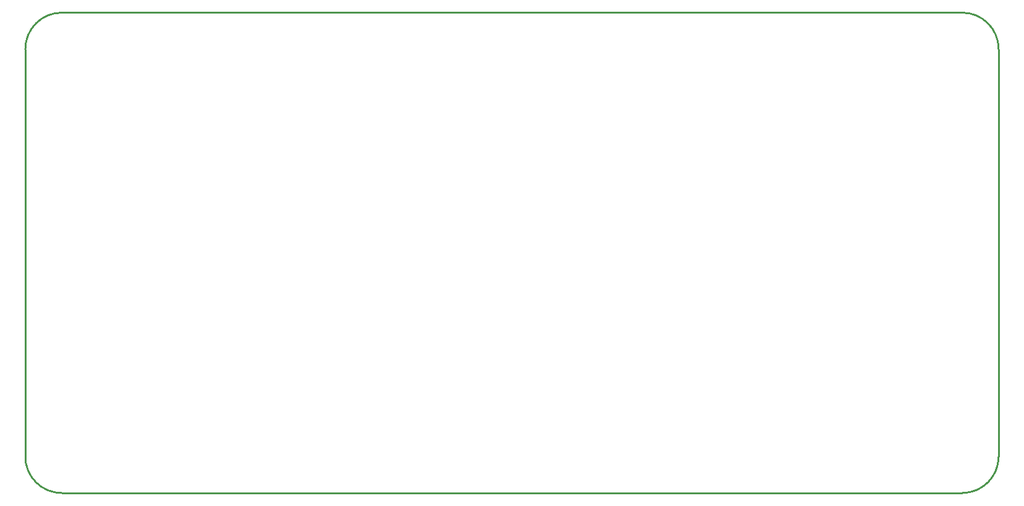
<source format=gko>
G04 Layer: BoardOutlineLayer*
G04 EasyEDA v6.5.9, 2022-07-24 14:24:57*
G04 f987cc21297445cdbeb1743f52e6d1e3,55142d4dae0f4ab4aabfa0547b1eedf3,10*
G04 Gerber Generator version 0.2*
G04 Scale: 100 percent, Rotated: No, Reflected: No *
G04 Dimensions in millimeters *
G04 leading zeros omitted , absolute positions ,4 integer and 5 decimal *
%FSLAX45Y45*%
%MOMM*%

%ADD10C,0.2540*%
D10*
X12700Y-6142101D02*
G01*
X12700Y-550798D01*
X12847700Y-6642100D02*
G01*
X512698Y-6642100D01*
X13347700Y-550798D02*
G01*
X13347700Y-6142101D01*
X512698Y-50800D02*
G01*
X12847700Y-50800D01*
G75*
G01*
X12847701Y-50800D02*
G02*
X13347700Y-550799I0J-499999D01*
G75*
G01*
X13347700Y-6142101D02*
G02*
X12847701Y-6642100I-499999J0D01*
G75*
G01*
X512699Y-6642100D02*
G02*
X12700Y-6142101I0J499999D01*
G75*
G01*
X12700Y-550799D02*
G02*
X512699Y-50800I499999J0D01*

%LPD*%
M02*

</source>
